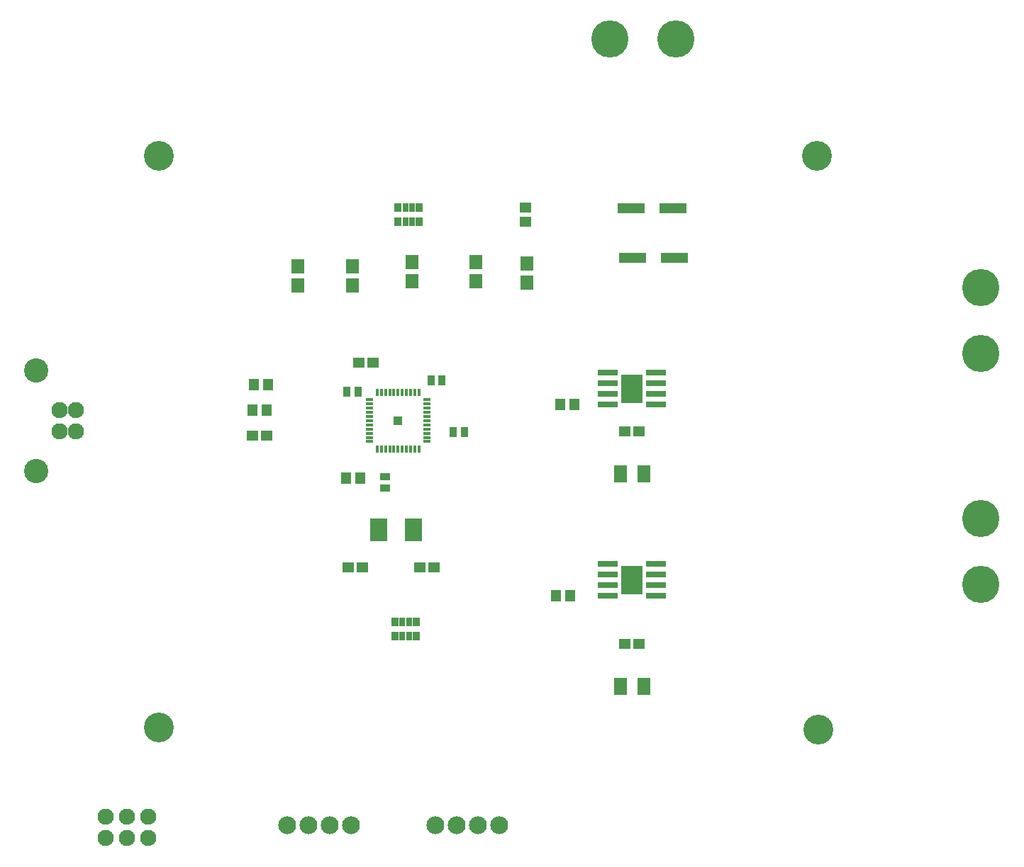
<source format=gbr>
G04 EAGLE Gerber RS-274X export*
G75*
%MOMM*%
%FSLAX34Y34*%
%LPD*%
%INSoldermask Top*%
%IPPOS*%
%AMOC8*
5,1,8,0,0,1.08239X$1,22.5*%
G01*
%ADD10R,1.354000X1.254000*%
%ADD11R,1.559597X2.053997*%
%ADD12C,2.133600*%
%ADD13C,1.930400*%
%ADD14C,2.895600*%
%ADD15R,2.463800X0.762000*%
%ADD16R,2.641600X3.352800*%
%ADD17C,0.909600*%
%ADD18R,1.254000X1.354000*%
%ADD19R,0.904000X1.054000*%
%ADD20R,0.804000X1.054000*%
%ADD21C,4.445000*%
%ADD22R,0.952400X0.452400*%
%ADD23R,0.452400X0.952400*%
%ADD24R,1.000000X1.000000*%
%ADD25R,0.954000X1.154000*%
%ADD26R,1.154000X0.954000*%
%ADD27R,3.254000X1.254000*%
%ADD28R,1.498600X1.651000*%
%ADD29R,2.159000X2.794000*%
%ADD30C,3.556000*%

G36*
X806575Y625854D02*
X806575Y625854D01*
X806573Y625855D01*
X806530Y625835D01*
X806486Y625817D01*
X806486Y625815D01*
X806484Y625814D01*
X806451Y625729D01*
X806451Y593471D01*
X806452Y593469D01*
X806451Y593467D01*
X806471Y593424D01*
X806489Y593380D01*
X806491Y593380D01*
X806492Y593378D01*
X806577Y593345D01*
X831723Y593345D01*
X831725Y593346D01*
X831727Y593345D01*
X831770Y593365D01*
X831814Y593383D01*
X831814Y593385D01*
X831816Y593386D01*
X831849Y593471D01*
X831849Y625729D01*
X831848Y625731D01*
X831849Y625733D01*
X831829Y625776D01*
X831811Y625820D01*
X831809Y625820D01*
X831808Y625822D01*
X831723Y625855D01*
X806577Y625855D01*
X806575Y625854D01*
G37*
G36*
X831725Y364746D02*
X831725Y364746D01*
X831727Y364745D01*
X831770Y364765D01*
X831814Y364783D01*
X831814Y364785D01*
X831816Y364786D01*
X831849Y364871D01*
X831849Y397129D01*
X831848Y397131D01*
X831849Y397133D01*
X831829Y397176D01*
X831811Y397220D01*
X831809Y397220D01*
X831808Y397222D01*
X831723Y397255D01*
X806577Y397255D01*
X806575Y397254D01*
X806573Y397255D01*
X806530Y397235D01*
X806486Y397217D01*
X806486Y397215D01*
X806484Y397214D01*
X806451Y397129D01*
X806451Y364871D01*
X806452Y364869D01*
X806451Y364867D01*
X806471Y364824D01*
X806489Y364780D01*
X806491Y364780D01*
X806492Y364778D01*
X806577Y364745D01*
X831723Y364745D01*
X831725Y364746D01*
G37*
%LPC*%
G36*
X809402Y615600D02*
X809402Y615600D01*
X809402Y619348D01*
X813150Y619348D01*
X813150Y615600D01*
X809402Y615600D01*
G37*
%LPD*%
%LPC*%
G36*
X817276Y615600D02*
X817276Y615600D01*
X817276Y619348D01*
X821024Y619348D01*
X821024Y615600D01*
X817276Y615600D01*
G37*
%LPD*%
%LPC*%
G36*
X825150Y615600D02*
X825150Y615600D01*
X825150Y619348D01*
X828898Y619348D01*
X828898Y615600D01*
X825150Y615600D01*
G37*
%LPD*%
%LPC*%
G36*
X809402Y607726D02*
X809402Y607726D01*
X809402Y611474D01*
X813150Y611474D01*
X813150Y607726D01*
X809402Y607726D01*
G37*
%LPD*%
%LPC*%
G36*
X825150Y607726D02*
X825150Y607726D01*
X825150Y611474D01*
X828898Y611474D01*
X828898Y607726D01*
X825150Y607726D01*
G37*
%LPD*%
%LPC*%
G36*
X817276Y607726D02*
X817276Y607726D01*
X817276Y611474D01*
X821024Y611474D01*
X821024Y607726D01*
X817276Y607726D01*
G37*
%LPD*%
%LPC*%
G36*
X809402Y599852D02*
X809402Y599852D01*
X809402Y603600D01*
X813150Y603600D01*
X813150Y599852D01*
X809402Y599852D01*
G37*
%LPD*%
%LPC*%
G36*
X817276Y599852D02*
X817276Y599852D01*
X817276Y603600D01*
X821024Y603600D01*
X821024Y599852D01*
X817276Y599852D01*
G37*
%LPD*%
%LPC*%
G36*
X825150Y599852D02*
X825150Y599852D01*
X825150Y603600D01*
X828898Y603600D01*
X828898Y599852D01*
X825150Y599852D01*
G37*
%LPD*%
%LPC*%
G36*
X809402Y387000D02*
X809402Y387000D01*
X809402Y390748D01*
X813150Y390748D01*
X813150Y387000D01*
X809402Y387000D01*
G37*
%LPD*%
%LPC*%
G36*
X817276Y387000D02*
X817276Y387000D01*
X817276Y390748D01*
X821024Y390748D01*
X821024Y387000D01*
X817276Y387000D01*
G37*
%LPD*%
%LPC*%
G36*
X825150Y387000D02*
X825150Y387000D01*
X825150Y390748D01*
X828898Y390748D01*
X828898Y387000D01*
X825150Y387000D01*
G37*
%LPD*%
%LPC*%
G36*
X809402Y379126D02*
X809402Y379126D01*
X809402Y382874D01*
X813150Y382874D01*
X813150Y379126D01*
X809402Y379126D01*
G37*
%LPD*%
%LPC*%
G36*
X825150Y379126D02*
X825150Y379126D01*
X825150Y382874D01*
X828898Y382874D01*
X828898Y379126D01*
X825150Y379126D01*
G37*
%LPD*%
%LPC*%
G36*
X817276Y379126D02*
X817276Y379126D01*
X817276Y382874D01*
X821024Y382874D01*
X821024Y379126D01*
X817276Y379126D01*
G37*
%LPD*%
%LPC*%
G36*
X817276Y371252D02*
X817276Y371252D01*
X817276Y375000D01*
X821024Y375000D01*
X821024Y371252D01*
X817276Y371252D01*
G37*
%LPD*%
%LPC*%
G36*
X825150Y371252D02*
X825150Y371252D01*
X825150Y375000D01*
X828898Y375000D01*
X828898Y371252D01*
X825150Y371252D01*
G37*
%LPD*%
%LPC*%
G36*
X809402Y371252D02*
X809402Y371252D01*
X809402Y375000D01*
X813150Y375000D01*
X813150Y371252D01*
X809402Y371252D01*
G37*
%LPD*%
D10*
X827650Y304800D03*
X810650Y304800D03*
D11*
X833178Y254000D03*
X805122Y254000D03*
D10*
X827650Y558800D03*
X810650Y558800D03*
D11*
X833178Y508000D03*
X805122Y508000D03*
D10*
X565540Y396240D03*
X582540Y396240D03*
X480450Y396240D03*
X497450Y396240D03*
X509896Y640842D03*
X492896Y640842D03*
X366150Y553720D03*
X383150Y553720D03*
D12*
X407670Y87630D03*
X433070Y87630D03*
X458470Y87630D03*
X483870Y87630D03*
X584200Y87630D03*
X609600Y87630D03*
X635000Y87630D03*
X660400Y87630D03*
D13*
X155062Y559000D03*
X155062Y584000D03*
X135250Y584000D03*
X135250Y559000D03*
D14*
X108072Y511302D03*
X108072Y631698D03*
D13*
X190500Y72390D03*
X215900Y72390D03*
X241300Y72390D03*
X190500Y97790D03*
X215900Y97790D03*
X241300Y97790D03*
D15*
X790400Y628650D03*
X790400Y615950D03*
X790400Y603250D03*
X790400Y590550D03*
X847900Y590550D03*
X847900Y603250D03*
X847900Y615950D03*
X847900Y628650D03*
D16*
X819150Y609600D03*
D17*
X811530Y619760D03*
X826770Y619760D03*
X811530Y609600D03*
X826770Y609600D03*
X811530Y599440D03*
X826770Y599440D03*
D15*
X790400Y400050D03*
X790400Y387350D03*
X790400Y374650D03*
X790400Y361950D03*
X847900Y361950D03*
X847900Y374650D03*
X847900Y387350D03*
X847900Y400050D03*
D16*
X819150Y381000D03*
D17*
X811530Y391160D03*
X826770Y391160D03*
X811530Y381000D03*
X826770Y381000D03*
X811530Y370840D03*
X826770Y370840D03*
D18*
X733180Y590550D03*
X750180Y590550D03*
X728100Y361950D03*
X745100Y361950D03*
X494910Y502920D03*
X477910Y502920D03*
D19*
X565150Y809000D03*
D20*
X556400Y809000D03*
X548400Y809000D03*
D19*
X565150Y826000D03*
D20*
X556400Y826000D03*
D19*
X539650Y809000D03*
D20*
X548400Y826000D03*
D19*
X539650Y826000D03*
X561340Y313700D03*
D20*
X552590Y313700D03*
X544590Y313700D03*
D19*
X561340Y330700D03*
D20*
X552590Y330700D03*
D19*
X535840Y313700D03*
D20*
X544590Y330700D03*
D19*
X535840Y330700D03*
D18*
X367420Y614680D03*
X384420Y614680D03*
X366150Y584200D03*
X383150Y584200D03*
D10*
X692150Y809380D03*
X692150Y826380D03*
D21*
X1235710Y730250D03*
X1235710Y651510D03*
X1235710Y454660D03*
X1235710Y375920D03*
D22*
X505750Y596500D03*
X505750Y591500D03*
X505750Y586500D03*
X505750Y581500D03*
X505750Y576500D03*
X505750Y571500D03*
X505750Y566500D03*
X505750Y561500D03*
X505750Y556500D03*
X505750Y551500D03*
X505750Y546500D03*
D23*
X514750Y537500D03*
X519750Y537500D03*
X524750Y537500D03*
X529750Y537500D03*
X534750Y537500D03*
X539750Y537500D03*
X544750Y537500D03*
X549750Y537500D03*
X554750Y537500D03*
X559750Y537500D03*
X564750Y537500D03*
D22*
X573750Y546500D03*
X573750Y551500D03*
X573750Y556500D03*
X573750Y561500D03*
X573750Y566500D03*
X573750Y571500D03*
X573750Y576500D03*
X573750Y581500D03*
X573750Y586500D03*
X573750Y591500D03*
X573750Y596500D03*
D23*
X564750Y605500D03*
X559750Y605500D03*
X554750Y605500D03*
X549750Y605500D03*
X544750Y605500D03*
X539750Y605500D03*
X534750Y605500D03*
X529750Y605500D03*
X524750Y605500D03*
X519750Y605500D03*
X514750Y605500D03*
D24*
X539750Y571500D03*
D21*
X792480Y1027430D03*
X871220Y1027430D03*
D25*
X591970Y619760D03*
X578970Y619760D03*
X478640Y605790D03*
X491640Y605790D03*
D26*
X524510Y491340D03*
X524510Y504340D03*
D25*
X618640Y557530D03*
X605640Y557530D03*
D27*
X869470Y765810D03*
X819470Y765810D03*
X868200Y825500D03*
X818200Y825500D03*
D28*
X632460Y737870D03*
X632460Y760730D03*
X556260Y737870D03*
X556260Y760730D03*
X485140Y732790D03*
X485140Y755650D03*
X420370Y732790D03*
X420370Y755650D03*
X693420Y736600D03*
X693420Y759460D03*
D29*
X516255Y440690D03*
X558165Y440690D03*
D30*
X254000Y204470D03*
X1041146Y202438D03*
X1040130Y887730D03*
X254254Y888238D03*
M02*

</source>
